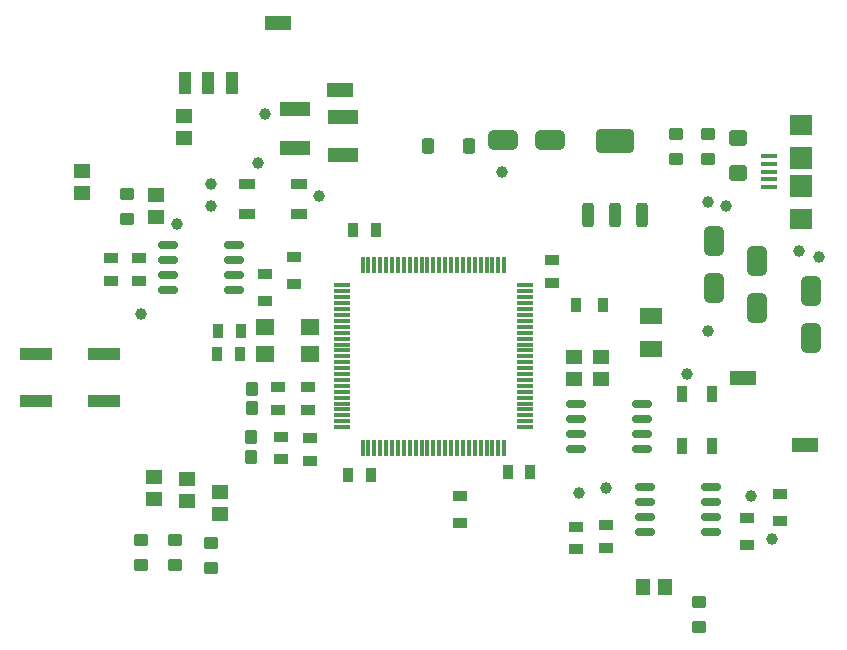
<source format=gtp>
G04*
G04 #@! TF.GenerationSoftware,Altium Limited,Altium Designer,24.3.1 (35)*
G04*
G04 Layer_Color=8421504*
%FSLAX44Y44*%
%MOMM*%
G71*
G04*
G04 #@! TF.SameCoordinates,A09364C8-3F5A-4848-A1E5-A5872CA7DBD6*
G04*
G04*
G04 #@! TF.FilePolarity,Positive*
G04*
G01*
G75*
%ADD18R,0.9000X1.4500*%
%ADD19R,1.4500X0.9000*%
%ADD20R,1.3000X0.9000*%
%ADD21R,1.3500X1.1500*%
%ADD22R,2.6500X1.2500*%
G04:AMPARAMS|DCode=23|XSize=1.2mm|YSize=1.1mm|CornerRadius=0.275mm|HoleSize=0mm|Usage=FLASHONLY|Rotation=0.000|XOffset=0mm|YOffset=0mm|HoleType=Round|Shape=RoundedRectangle|*
%AMROUNDEDRECTD23*
21,1,1.2000,0.5500,0,0,0.0*
21,1,0.6500,1.1000,0,0,0.0*
1,1,0.5500,0.3250,-0.2750*
1,1,0.5500,-0.3250,-0.2750*
1,1,0.5500,-0.3250,0.2750*
1,1,0.5500,0.3250,0.2750*
%
%ADD23ROUNDEDRECTD23*%
%ADD24R,2.2000X1.3000*%
%ADD25C,1.0000*%
%ADD26R,1.6000X1.4000*%
G04:AMPARAMS|DCode=27|XSize=0.65mm|YSize=1.7mm|CornerRadius=0.1625mm|HoleSize=0mm|Usage=FLASHONLY|Rotation=90.000|XOffset=0mm|YOffset=0mm|HoleType=Round|Shape=RoundedRectangle|*
%AMROUNDEDRECTD27*
21,1,0.6500,1.3750,0,0,90.0*
21,1,0.3250,1.7000,0,0,90.0*
1,1,0.3250,0.6875,0.1625*
1,1,0.3250,0.6875,-0.1625*
1,1,0.3250,-0.6875,-0.1625*
1,1,0.3250,-0.6875,0.1625*
%
%ADD27ROUNDEDRECTD27*%
%ADD28R,1.0000X1.9000*%
%ADD29R,0.9000X1.3000*%
G04:AMPARAMS|DCode=30|XSize=1.08mm|YSize=1.22mm|CornerRadius=0.27mm|HoleSize=0mm|Usage=FLASHONLY|Rotation=180.000|XOffset=0mm|YOffset=0mm|HoleType=Round|Shape=RoundedRectangle|*
%AMROUNDEDRECTD30*
21,1,1.0800,0.6800,0,0,180.0*
21,1,0.5400,1.2200,0,0,180.0*
1,1,0.5400,-0.2700,0.3400*
1,1,0.5400,0.2700,0.3400*
1,1,0.5400,0.2700,-0.3400*
1,1,0.5400,-0.2700,-0.3400*
%
%ADD30ROUNDEDRECTD30*%
%ADD31R,1.4750X0.3000*%
%ADD32R,0.3000X1.4750*%
%ADD33R,1.9500X1.4000*%
%ADD34R,1.3500X0.4000*%
%ADD35R,1.9000X1.8000*%
%ADD36R,1.9000X1.9000*%
G04:AMPARAMS|DCode=37|XSize=3.3mm|YSize=2.1mm|CornerRadius=0.525mm|HoleSize=0mm|Usage=FLASHONLY|Rotation=180.000|XOffset=0mm|YOffset=0mm|HoleType=Round|Shape=RoundedRectangle|*
%AMROUNDEDRECTD37*
21,1,3.3000,1.0500,0,0,180.0*
21,1,2.2500,2.1000,0,0,180.0*
1,1,1.0500,-1.1250,0.5250*
1,1,1.0500,1.1250,0.5250*
1,1,1.0500,1.1250,-0.5250*
1,1,1.0500,-1.1250,-0.5250*
%
%ADD37ROUNDEDRECTD37*%
G04:AMPARAMS|DCode=38|XSize=1mm|YSize=2.1mm|CornerRadius=0.25mm|HoleSize=0mm|Usage=FLASHONLY|Rotation=180.000|XOffset=0mm|YOffset=0mm|HoleType=Round|Shape=RoundedRectangle|*
%AMROUNDEDRECTD38*
21,1,1.0000,1.6000,0,0,180.0*
21,1,0.5000,2.1000,0,0,180.0*
1,1,0.5000,-0.2500,0.8000*
1,1,0.5000,0.2500,0.8000*
1,1,0.5000,0.2500,-0.8000*
1,1,0.5000,-0.2500,-0.8000*
%
%ADD38ROUNDEDRECTD38*%
G04:AMPARAMS|DCode=39|XSize=1.7mm|YSize=2.5mm|CornerRadius=0.425mm|HoleSize=0mm|Usage=FLASHONLY|Rotation=0.000|XOffset=0mm|YOffset=0mm|HoleType=Round|Shape=RoundedRectangle|*
%AMROUNDEDRECTD39*
21,1,1.7000,1.6500,0,0,0.0*
21,1,0.8500,2.5000,0,0,0.0*
1,1,0.8500,0.4250,-0.8250*
1,1,0.8500,-0.4250,-0.8250*
1,1,0.8500,-0.4250,0.8250*
1,1,0.8500,0.4250,0.8250*
%
%ADD39ROUNDEDRECTD39*%
G04:AMPARAMS|DCode=40|XSize=1.3mm|YSize=1.1mm|CornerRadius=0.275mm|HoleSize=0mm|Usage=FLASHONLY|Rotation=90.000|XOffset=0mm|YOffset=0mm|HoleType=Round|Shape=RoundedRectangle|*
%AMROUNDEDRECTD40*
21,1,1.3000,0.5500,0,0,90.0*
21,1,0.7500,1.1000,0,0,90.0*
1,1,0.5500,0.2750,0.3750*
1,1,0.5500,0.2750,-0.3750*
1,1,0.5500,-0.2750,-0.3750*
1,1,0.5500,-0.2750,0.3750*
%
%ADD40ROUNDEDRECTD40*%
G04:AMPARAMS|DCode=41|XSize=1.7mm|YSize=2.5mm|CornerRadius=0.425mm|HoleSize=0mm|Usage=FLASHONLY|Rotation=270.000|XOffset=0mm|YOffset=0mm|HoleType=Round|Shape=RoundedRectangle|*
%AMROUNDEDRECTD41*
21,1,1.7000,1.6500,0,0,270.0*
21,1,0.8500,2.5000,0,0,270.0*
1,1,0.8500,-0.8250,-0.4250*
1,1,0.8500,-0.8250,0.4250*
1,1,0.8500,0.8250,0.4250*
1,1,0.8500,0.8250,-0.4250*
%
%ADD41ROUNDEDRECTD41*%
%ADD42R,2.7500X1.0000*%
%ADD43R,1.1500X1.3500*%
G04:AMPARAMS|DCode=44|XSize=1.6mm|YSize=1.4mm|CornerRadius=0.35mm|HoleSize=0mm|Usage=FLASHONLY|Rotation=180.000|XOffset=0mm|YOffset=0mm|HoleType=Round|Shape=RoundedRectangle|*
%AMROUNDEDRECTD44*
21,1,1.6000,0.7000,0,0,180.0*
21,1,0.9000,1.4000,0,0,180.0*
1,1,0.7000,-0.4500,0.3500*
1,1,0.7000,0.4500,0.3500*
1,1,0.7000,0.4500,-0.3500*
1,1,0.7000,-0.4500,-0.3500*
%
%ADD44ROUNDEDRECTD44*%
D18*
X570230Y176530D02*
D03*
X595230D02*
D03*
X570230Y221030D02*
D03*
X595230D02*
D03*
D19*
X201270Y398580D02*
D03*
Y373580D02*
D03*
X245770Y398580D02*
D03*
Y373580D02*
D03*
D20*
X624840Y92640D02*
D03*
Y115640D02*
D03*
X382270Y134690D02*
D03*
Y111690D02*
D03*
X217170Y322650D02*
D03*
Y299650D02*
D03*
X241300Y313620D02*
D03*
Y336620D02*
D03*
X652780Y112960D02*
D03*
Y135960D02*
D03*
X86360Y335890D02*
D03*
Y316890D02*
D03*
X110490Y335890D02*
D03*
Y316890D02*
D03*
X505460Y90830D02*
D03*
Y109830D02*
D03*
X480060Y89560D02*
D03*
Y108560D02*
D03*
X460000Y334000D02*
D03*
Y315000D02*
D03*
X255000Y164500D02*
D03*
Y183500D02*
D03*
X230000Y165500D02*
D03*
Y184500D02*
D03*
X228000Y226500D02*
D03*
Y207500D02*
D03*
X253000Y226500D02*
D03*
Y207500D02*
D03*
D21*
X62230Y409300D02*
D03*
Y390800D02*
D03*
X124460Y388980D02*
D03*
Y370480D02*
D03*
X478790Y233320D02*
D03*
Y251820D02*
D03*
X501650Y233320D02*
D03*
Y251820D02*
D03*
X123190Y131720D02*
D03*
Y150220D02*
D03*
X151130Y148950D02*
D03*
Y130450D02*
D03*
X179070Y137520D02*
D03*
Y119020D02*
D03*
X148590Y455930D02*
D03*
Y437430D02*
D03*
D22*
X242570Y461760D02*
D03*
Y429260D02*
D03*
X283210Y455670D02*
D03*
Y423170D02*
D03*
D23*
X100330Y390230D02*
D03*
Y369230D02*
D03*
X565150Y420030D02*
D03*
Y441030D02*
D03*
X591820Y420030D02*
D03*
Y441030D02*
D03*
X584200Y23790D02*
D03*
Y44790D02*
D03*
X171450Y73320D02*
D03*
Y94320D02*
D03*
X140970Y75860D02*
D03*
Y96860D02*
D03*
X111760D02*
D03*
Y75860D02*
D03*
D24*
X280500Y478480D02*
D03*
X227567Y535047D02*
D03*
X674133Y177423D02*
D03*
X621200Y233990D02*
D03*
D25*
X505460Y140970D02*
D03*
X171450Y379730D02*
D03*
Y398780D02*
D03*
X628650Y134620D02*
D03*
X210820Y416560D02*
D03*
X262890Y388620D02*
D03*
X646430Y97790D02*
D03*
X111760Y288290D02*
D03*
X142240Y364490D02*
D03*
X574040Y237490D02*
D03*
X591820Y274320D02*
D03*
X482600Y137160D02*
D03*
X591820Y383540D02*
D03*
X607060Y379730D02*
D03*
X217000Y458000D02*
D03*
X669290Y341630D02*
D03*
X685800Y336550D02*
D03*
X417830Y408940D02*
D03*
D26*
X255000Y254500D02*
D03*
X217000D02*
D03*
Y277500D02*
D03*
X255000D02*
D03*
D27*
X134560Y346710D02*
D03*
Y334010D02*
D03*
Y321310D02*
D03*
Y308610D02*
D03*
X190560Y346710D02*
D03*
Y334010D02*
D03*
Y321310D02*
D03*
Y308610D02*
D03*
X538420Y142240D02*
D03*
Y129540D02*
D03*
Y116840D02*
D03*
Y104140D02*
D03*
X594420Y142240D02*
D03*
Y129540D02*
D03*
Y116840D02*
D03*
Y104140D02*
D03*
X536000Y173990D02*
D03*
Y186690D02*
D03*
Y199390D02*
D03*
Y212090D02*
D03*
X480000Y173990D02*
D03*
Y186690D02*
D03*
Y199390D02*
D03*
Y212090D02*
D03*
D28*
X148750Y483770D02*
D03*
X168750D02*
D03*
X188750D02*
D03*
D29*
X287500Y152000D02*
D03*
X306500D02*
D03*
X310500Y360000D02*
D03*
X291500D02*
D03*
X479990Y295910D02*
D03*
X502990D02*
D03*
X441500Y155000D02*
D03*
X422500D02*
D03*
X196190Y274066D02*
D03*
X177190D02*
D03*
X195500Y255000D02*
D03*
X176500D02*
D03*
D30*
X205000Y167600D02*
D03*
Y184400D02*
D03*
X206000Y225400D02*
D03*
Y208600D02*
D03*
D31*
X282030Y312730D02*
D03*
Y307730D02*
D03*
Y302730D02*
D03*
Y297730D02*
D03*
Y292730D02*
D03*
Y287730D02*
D03*
Y282730D02*
D03*
Y277730D02*
D03*
Y272730D02*
D03*
Y267730D02*
D03*
Y262730D02*
D03*
Y257730D02*
D03*
Y252730D02*
D03*
Y247730D02*
D03*
Y242730D02*
D03*
Y237730D02*
D03*
Y232730D02*
D03*
Y227730D02*
D03*
Y222730D02*
D03*
Y217730D02*
D03*
Y212730D02*
D03*
Y207730D02*
D03*
Y202730D02*
D03*
Y197730D02*
D03*
Y192730D02*
D03*
X436790D02*
D03*
Y197730D02*
D03*
Y202730D02*
D03*
Y207730D02*
D03*
Y212730D02*
D03*
Y217730D02*
D03*
Y222730D02*
D03*
Y227730D02*
D03*
Y232730D02*
D03*
Y237730D02*
D03*
Y242730D02*
D03*
Y247730D02*
D03*
Y252730D02*
D03*
Y257730D02*
D03*
Y262730D02*
D03*
Y267730D02*
D03*
Y272730D02*
D03*
Y277730D02*
D03*
Y282730D02*
D03*
Y287730D02*
D03*
Y292730D02*
D03*
Y297730D02*
D03*
Y302730D02*
D03*
Y307730D02*
D03*
Y312730D02*
D03*
D32*
X299410Y175350D02*
D03*
X304410D02*
D03*
X309410D02*
D03*
X314410D02*
D03*
X319410D02*
D03*
X324410D02*
D03*
X329410D02*
D03*
X334410D02*
D03*
X339410D02*
D03*
X344410D02*
D03*
X349410D02*
D03*
X354410D02*
D03*
X359410D02*
D03*
X364410D02*
D03*
X369410D02*
D03*
X374410D02*
D03*
X379410D02*
D03*
X384410D02*
D03*
X389410D02*
D03*
X394410D02*
D03*
X399410D02*
D03*
X404410D02*
D03*
X409410D02*
D03*
X414410D02*
D03*
X419410D02*
D03*
Y330110D02*
D03*
X414410D02*
D03*
X409410D02*
D03*
X404410D02*
D03*
X399410D02*
D03*
X394410D02*
D03*
X389410D02*
D03*
X384410D02*
D03*
X379410D02*
D03*
X374410D02*
D03*
X369410D02*
D03*
X364410D02*
D03*
X359410D02*
D03*
X354410D02*
D03*
X349410D02*
D03*
X344410D02*
D03*
X339410D02*
D03*
X334410D02*
D03*
X329410D02*
D03*
X324410D02*
D03*
X319410D02*
D03*
X314410D02*
D03*
X309410D02*
D03*
X304410D02*
D03*
X299410D02*
D03*
D33*
X543560Y259050D02*
D03*
Y287050D02*
D03*
D34*
X643810Y415440D02*
D03*
Y408940D02*
D03*
Y402440D02*
D03*
Y421940D02*
D03*
Y395940D02*
D03*
D35*
X670560Y448940D02*
D03*
Y368940D02*
D03*
D36*
Y420940D02*
D03*
Y396940D02*
D03*
D37*
X513080Y435360D02*
D03*
D38*
X536080Y372360D02*
D03*
X513080D02*
D03*
X490080D02*
D03*
D39*
X679450Y268540D02*
D03*
Y308040D02*
D03*
X596900Y310450D02*
D03*
Y349950D02*
D03*
X633730Y293940D02*
D03*
Y333440D02*
D03*
D40*
X389610Y430530D02*
D03*
X354610D02*
D03*
D41*
X418400Y435610D02*
D03*
X457900D02*
D03*
D42*
X23320Y254950D02*
D03*
X80820D02*
D03*
X23320Y214950D02*
D03*
X80820D02*
D03*
D43*
X555350Y57150D02*
D03*
X536850D02*
D03*
D44*
X617220Y407910D02*
D03*
Y437910D02*
D03*
M02*

</source>
